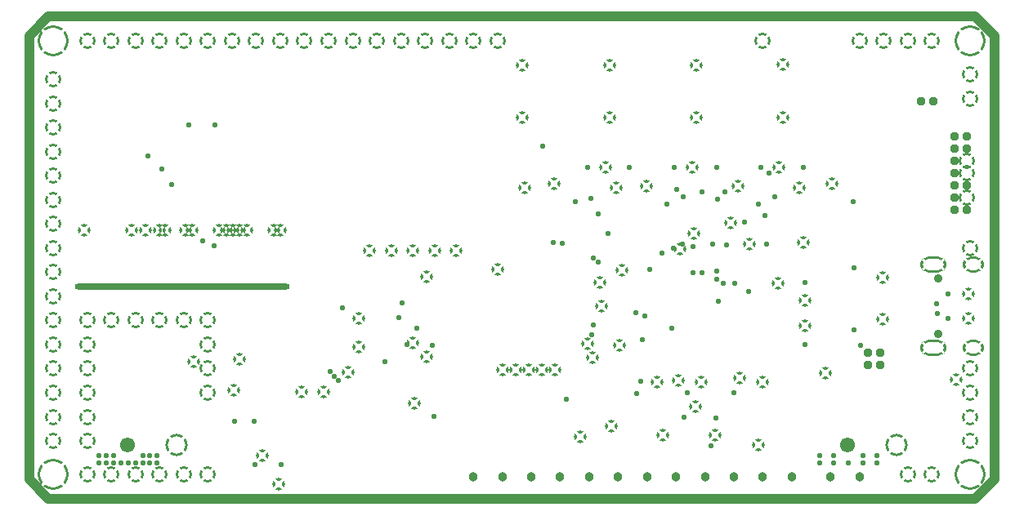
<source format=gbr>
%TF.GenerationSoftware,Altium Limited,Altium Designer,21.0.9 (235)*%
G04 Layer_Physical_Order=3*
G04 Layer_Color=128*
%FSLAX45Y45*%
%MOMM*%
%TF.SameCoordinates,22D8F9FD-25AF-47CB-AFD4-ABA5F5DCC75B*%
%TF.FilePolarity,Negative*%
%TF.FileFunction,Copper,L3,Inr,Plane*%
%TF.Part,Single*%
G01*
G75*
%TA.AperFunction,NonConductor*%
%ADD57C,1.01600*%
%TA.AperFunction,ComponentPad*%
%ADD58C,0.95400*%
G04:AMPARAMS|DCode=59|XSize=1.716mm|YSize=1.716mm|CornerRadius=0mm|HoleSize=0mm|Usage=FLASHONLY|Rotation=0.000|XOffset=0mm|YOffset=0mm|HoleType=Round|Shape=Relief|Width=0.254mm|Gap=0.254mm|Entries=4|*
%AMTHD59*
7,0,0,1.71600,1.20800,0.25400,45*
%
%ADD59THD59*%
G04:AMPARAMS|DCode=60|XSize=2.316mm|YSize=2.316mm|CornerRadius=0mm|HoleSize=0mm|Usage=FLASHONLY|Rotation=0.000|XOffset=0mm|YOffset=0mm|HoleType=Round|Shape=Relief|Width=0.254mm|Gap=0.254mm|Entries=4|*
%AMTHD60*
7,0,0,2.31600,1.80800,0.25400,45*
%
%ADD60THD60*%
%ADD64C,0.90400*%
%ADD65C,1.55400*%
%ADD66O,22.25400X0.65400*%
%TA.AperFunction,ViaPad*%
G04:AMPARAMS|DCode=67|XSize=1.316mm|YSize=1.316mm|CornerRadius=0mm|HoleSize=0mm|Usage=FLASHONLY|Rotation=0.000|XOffset=0mm|YOffset=0mm|HoleType=Round|Shape=Relief|Width=0.254mm|Gap=0.254mm|Entries=4|*
%AMTHD67*
7,0,0,1.31600,0.80800,0.25400,45*
%
%ADD67THD67*%
%ADD68C,0.55400*%
G04:AMPARAMS|DCode=69|XSize=1.7272mm|YSize=1.7272mm|CornerRadius=0mm|HoleSize=0mm|Usage=FLASHONLY|Rotation=0.000|XOffset=0mm|YOffset=0mm|HoleType=Round|Shape=Relief|Width=0.254mm|Gap=0.254mm|Entries=4|*
%AMTHD69*
7,0,0,1.72720,1.21920,0.25400,45*
%
%ADD69THD69*%
%ADD70C,0.96520*%
G04:AMPARAMS|DCode=71|XSize=3.216mm|YSize=3.216mm|CornerRadius=0mm|HoleSize=0mm|Usage=FLASHONLY|Rotation=0.000|XOffset=0mm|YOffset=0mm|HoleType=Round|Shape=Relief|Width=0.254mm|Gap=0.254mm|Entries=4|*
%AMTHD71*
7,0,0,3.21600,2.70800,0.25400,45*
%
%ADD71THD71*%
%TA.AperFunction,ComponentPad*%
%AMTHOVALD72*
21,1,0.60000,1.61600,0,0,180.0*
1,1,1.61600,0.30000,0.00000*
1,1,1.61600,-0.30000,0.00000*
21,0,0.60000,1.10800,0,0,180.0*
1,0,1.10800,0.30000,0.00000*
1,0,1.10800,-0.30000,0.00000*
4,0,4,0.21020,0.08980,0.78154,0.66114,0.96114,0.48154,0.38980,-0.08980,0.21020,0.08980,0.0*
4,0,4,-0.38980,0.08980,-0.96114,-0.48154,-0.78154,-0.66114,-0.21020,-0.08980,-0.38980,0.08980,0.0*
4,0,4,0.38980,0.08980,0.96114,-0.48154,0.78154,-0.66114,0.21020,-0.08980,0.38980,0.08980,0.0*
4,0,4,-0.21020,0.08980,-0.78154,0.66114,-0.96114,0.48154,-0.38980,-0.08980,-0.21020,0.08980,0.0*
%
%ADD72THOVALD72*%

%AMTHOVALD73*
21,1,1.10000,1.61600,0,0,180.0*
1,1,1.61600,0.55000,0.00000*
1,1,1.61600,-0.55000,0.00000*
21,0,1.10000,1.10800,0,0,180.0*
1,0,1.10800,0.55000,0.00000*
1,0,1.10800,-0.55000,0.00000*
4,0,4,0.46020,0.08980,1.03154,0.66114,1.21114,0.48154,0.63980,-0.08980,0.46020,0.08980,0.0*
4,0,4,-0.63980,0.08980,-1.21114,-0.48154,-1.03154,-0.66114,-0.46020,-0.08980,-0.63980,0.08980,0.0*
4,0,4,0.63980,0.08980,1.21114,-0.48154,1.03154,-0.66114,0.46020,-0.08980,0.63980,0.08980,0.0*
4,0,4,-0.46020,0.08980,-1.03154,0.66114,-1.21114,0.48154,-0.63980,-0.08980,-0.46020,0.08980,0.0*
%
%ADD73THOVALD73*%

D57*
X10000000Y200000D02*
Y4800000D01*
X9800000Y5000000D02*
X10000000Y4800000D01*
X200000Y5000000D02*
X9800000D01*
X0Y4800000D02*
X200000Y5000000D01*
X0Y200000D02*
X0Y4800000D01*
X0Y200000D02*
X200000Y0D01*
X9800000D01*
X10000000Y200000D01*
D58*
X9363500Y4125000D02*
D03*
X9236500D02*
D03*
X9713500Y3756000D02*
D03*
X9586500D02*
D03*
X9713500Y3629000D02*
D03*
X9586500D02*
D03*
Y3502000D02*
D03*
Y3375000D02*
D03*
X9713500Y3248000D02*
D03*
Y2994000D02*
D03*
X9586500Y3248000D02*
D03*
Y3121000D02*
D03*
Y2994000D02*
D03*
X8813500Y1386500D02*
D03*
X8686500D02*
D03*
X8813500Y1513500D02*
D03*
X8686500D02*
D03*
D59*
X9713500Y3502000D02*
D03*
Y3375000D02*
D03*
Y3121000D02*
D03*
D60*
X8984000Y558800D02*
D03*
X1524000D02*
D03*
D64*
X9417000Y2289000D02*
D03*
Y1711000D02*
D03*
D65*
X8476000Y558800D02*
D03*
X1016000D02*
D03*
D66*
X1584500Y2197600D02*
D03*
D67*
X8250000Y1300000D02*
D03*
X7557500Y560000D02*
D03*
X7359969Y1256446D02*
D03*
X6887500Y2747500D02*
D03*
X6739189Y2590458D02*
D03*
X6140000Y2372500D02*
D03*
X5927500Y2000000D02*
D03*
X6957502Y1210203D02*
D03*
X9605000Y1235202D02*
D03*
X8842502Y1860205D02*
D03*
Y2289800D02*
D03*
X7767498Y3439800D02*
D03*
X6867500D02*
D03*
X5967501D02*
D03*
X5130002Y3227299D02*
D03*
X5439797Y3267502D02*
D03*
X6079998Y3227299D02*
D03*
X6389796Y3242502D02*
D03*
X7339800D02*
D03*
X7979999Y3227299D02*
D03*
X8314799Y3267502D02*
D03*
X8022422Y2654899D02*
D03*
X6727100Y1227500D02*
D03*
X6032297Y750001D02*
D03*
X5785201Y1607500D02*
D03*
X5910204Y2242500D02*
D03*
X7592502Y1210203D02*
D03*
X6507500D02*
D03*
X7267499Y2860203D02*
D03*
X7457501Y2639797D02*
D03*
X5832500Y1460200D02*
D03*
X6564798Y657499D02*
D03*
X6114796Y1594998D02*
D03*
X5710204Y645003D02*
D03*
X8037500Y1792500D02*
D03*
X7757500Y2237500D02*
D03*
X8037500Y2057500D02*
D03*
X9730800Y1869440D02*
D03*
X9731948Y2124338D02*
D03*
X7106920Y660400D02*
D03*
X3305699Y1315000D02*
D03*
X1700000Y1425000D02*
D03*
X4424680Y2575560D02*
D03*
X3975000Y2575000D02*
D03*
X4200000D02*
D03*
X3750000D02*
D03*
X3525000D02*
D03*
X2410460Y449580D02*
D03*
X5173980Y1338580D02*
D03*
X5311140D02*
D03*
X5036820D02*
D03*
X5448300D02*
D03*
X4899660D02*
D03*
X7807960Y3954780D02*
D03*
Y4500880D02*
D03*
X6911340Y3952240D02*
D03*
Y4498340D02*
D03*
X6009640Y3952240D02*
D03*
Y4498340D02*
D03*
X568960Y2786380D02*
D03*
X1059180D02*
D03*
X1201420D02*
D03*
X1343660D02*
D03*
X1409700D02*
D03*
X1620520D02*
D03*
X1689100D02*
D03*
X1968500D02*
D03*
X2039620D02*
D03*
X2110740D02*
D03*
X2600960D02*
D03*
X2529840D02*
D03*
X2250440D02*
D03*
X2179320D02*
D03*
X5110480Y4498340D02*
D03*
Y3952240D02*
D03*
X2176780Y1450340D02*
D03*
X4853940Y2376640D02*
D03*
X2583180Y152400D02*
D03*
X6901360Y954220D02*
D03*
X4117340Y2299780D02*
D03*
X4119880Y1474940D02*
D03*
X3992880Y988060D02*
D03*
X3975100Y1620520D02*
D03*
X3416300Y1874520D02*
D03*
X3416100Y1572340D02*
D03*
X3048000Y1107440D02*
D03*
X2821940D02*
D03*
X2115820Y1125220D02*
D03*
D68*
X8532940Y3082500D02*
D03*
X7555840Y3057500D02*
D03*
X7203440Y3180080D02*
D03*
X6605880Y3057500D02*
D03*
X5657500Y3082500D02*
D03*
X8185000Y450000D02*
D03*
X8335000D02*
D03*
X8185000Y375000D02*
D03*
X8335000D02*
D03*
X8485000D02*
D03*
X8635000D02*
D03*
X8785000Y450000D02*
D03*
X8635000D02*
D03*
X8785000Y375000D02*
D03*
X1325000D02*
D03*
X1175000Y450000D02*
D03*
X1250000D02*
D03*
X1325000D02*
D03*
X1250000Y375000D02*
D03*
X1175000D02*
D03*
X1100000D02*
D03*
X1025000D02*
D03*
X950000D02*
D03*
X875000D02*
D03*
X800000D02*
D03*
X725000D02*
D03*
X875000Y450000D02*
D03*
X800000D02*
D03*
X725000D02*
D03*
X2327500Y800000D02*
D03*
X2122500D02*
D03*
X7660000Y3380000D02*
D03*
X8542500Y2397500D02*
D03*
X8547500Y1750000D02*
D03*
X5890000Y2957500D02*
D03*
X5992500Y2755000D02*
D03*
X1225000Y3557500D02*
D03*
X1372500Y3420000D02*
D03*
X1925000Y3877500D02*
D03*
X1650000Y3875000D02*
D03*
X7063100Y546900D02*
D03*
X6675000Y2601510D02*
D03*
X5560202Y1032500D02*
D03*
X8019999Y3439800D02*
D03*
X7582499D02*
D03*
X7120001D02*
D03*
X6682501D02*
D03*
X6219998D02*
D03*
X5782498D02*
D03*
X5320000Y3660201D02*
D03*
X6709999Y3209798D02*
D03*
X6815000Y1100000D02*
D03*
X7302500D02*
D03*
X7082500Y2639797D02*
D03*
X7642499D02*
D03*
X6785204Y842498D02*
D03*
X5839800Y1805000D02*
D03*
X8037500Y1602500D02*
D03*
Y2242500D02*
D03*
X3911600Y1600200D02*
D03*
X3864970Y2029460D02*
D03*
X1478280Y3258820D02*
D03*
X6873240Y2347870D02*
D03*
X5847080Y2500270D02*
D03*
X5890260Y2458720D02*
D03*
X6972300Y2346960D02*
D03*
X6288099Y1091259D02*
D03*
X6337300Y1216660D02*
D03*
X6654800Y1765300D02*
D03*
X6774180Y3131820D02*
D03*
X5819140Y3119120D02*
D03*
X6423660Y2374900D02*
D03*
X6550660Y2545080D02*
D03*
X6769100Y2639800D02*
D03*
X5521661Y2646320D02*
D03*
X7127240Y3106420D02*
D03*
X7724140Y3130910D02*
D03*
X6875780Y2616200D02*
D03*
X7625080Y2938780D02*
D03*
X7226300Y2628900D02*
D03*
X7406640Y2872740D02*
D03*
X7140723Y2046810D02*
D03*
X7124700Y2362200D02*
D03*
X7455398Y2149963D02*
D03*
X7122160Y2279460D02*
D03*
X7307580Y2237740D02*
D03*
X7188030Y2237910D02*
D03*
X6378310Y1899550D02*
D03*
X6283960Y1930400D02*
D03*
X6972300Y3180080D02*
D03*
X9514840Y2120900D02*
D03*
X8608060Y1592580D02*
D03*
X6355080Y1648460D02*
D03*
X5824220Y1701800D02*
D03*
X4173530Y1592270D02*
D03*
X7117080Y840740D02*
D03*
X5427980Y2654300D02*
D03*
X3246120Y1978660D02*
D03*
X3205480Y1229360D02*
D03*
X4196080Y858520D02*
D03*
X3116183Y1318260D02*
D03*
X3162300Y1272540D02*
D03*
X2606040Y355600D02*
D03*
X2341880Y353060D02*
D03*
X3683450Y1425200D02*
D03*
X4018280Y1767840D02*
D03*
X3830320Y1877060D02*
D03*
X9514840Y1871980D02*
D03*
X1798320Y2677160D02*
D03*
X1913890Y2622867D02*
D03*
X9403440Y2024380D02*
D03*
X9405620Y1925320D02*
D03*
D69*
X9750000Y1100000D02*
D03*
Y850000D02*
D03*
Y600000D02*
D03*
X9100000Y250000D02*
D03*
X9350000D02*
D03*
X9750000Y1350000D02*
D03*
Y2600000D02*
D03*
Y4150000D02*
D03*
Y4400000D02*
D03*
X1850000Y1100000D02*
D03*
Y1350000D02*
D03*
Y1600000D02*
D03*
Y1850000D02*
D03*
X1600000D02*
D03*
X1350000D02*
D03*
X1100000D02*
D03*
X850000D02*
D03*
X600000D02*
D03*
Y1600000D02*
D03*
Y1350000D02*
D03*
Y1100000D02*
D03*
Y850000D02*
D03*
Y600000D02*
D03*
Y250000D02*
D03*
X850000D02*
D03*
X1100000D02*
D03*
X1350000D02*
D03*
X1600000D02*
D03*
X1850000D02*
D03*
X8600000Y4750000D02*
D03*
X8850000D02*
D03*
X9100000D02*
D03*
X9350000D02*
D03*
X4600000D02*
D03*
X4850000D02*
D03*
X7600000D02*
D03*
X600000D02*
D03*
X850000D02*
D03*
X1100000D02*
D03*
X1350000D02*
D03*
X1600000D02*
D03*
X1850000D02*
D03*
X2100000D02*
D03*
X2350000D02*
D03*
X2600000D02*
D03*
X2850000D02*
D03*
X3100000D02*
D03*
X3350000D02*
D03*
X3600000D02*
D03*
X3850000D02*
D03*
X4100000D02*
D03*
X4350000D02*
D03*
X250000Y4350000D02*
D03*
Y4100000D02*
D03*
Y3850000D02*
D03*
Y3600000D02*
D03*
Y3350000D02*
D03*
Y3100000D02*
D03*
Y2850000D02*
D03*
Y2600000D02*
D03*
Y2350000D02*
D03*
Y2100000D02*
D03*
Y1850000D02*
D03*
Y1600000D02*
D03*
Y1350000D02*
D03*
Y1100000D02*
D03*
Y850000D02*
D03*
Y600000D02*
D03*
D70*
X8600000Y225000D02*
D03*
X8300000D02*
D03*
X4600000D02*
D03*
X4900000D02*
D03*
X5200000D02*
D03*
X5500000D02*
D03*
X5800000D02*
D03*
X6100000D02*
D03*
X6400000D02*
D03*
X6700000D02*
D03*
X7000000D02*
D03*
X7300000D02*
D03*
X7600000D02*
D03*
X7900000D02*
D03*
D71*
X250000Y250000D02*
D03*
X9750000D02*
D03*
Y4750000D02*
D03*
X250000D02*
D03*
D72*
X9782000Y1568000D02*
D03*
Y2432000D02*
D03*
D73*
X9364000D02*
D03*
Y1568000D02*
D03*
%TF.MD5,e4e39b915371179cb69d74d156c408ea*%
M02*

</source>
